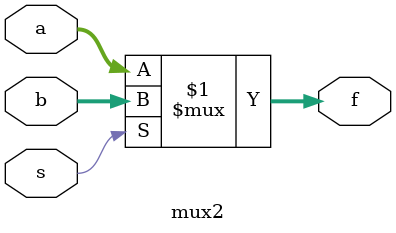
<source format=v>
`timescale 1ns / 1ps


module mux2
#(parameter WIDTH=32)
(
    input[(WIDTH-1):0] a,
    input[(WIDTH-1):0] b,
    input s,
    output[(WIDTH-1):0] f
 );
 
 assign f = s ? b:a;
endmodule
</source>
